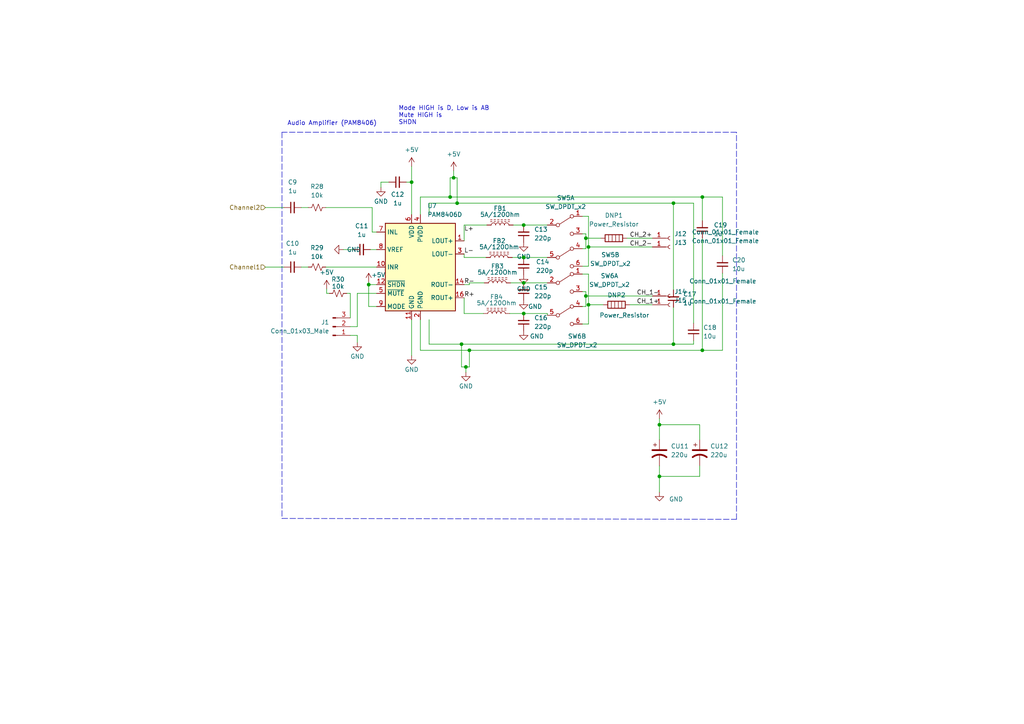
<source format=kicad_sch>
(kicad_sch (version 20211123) (generator eeschema)
  (paper "A4")
  (lib_symbols
    (symbol "1A_Favorites:C_0603_SMD" (pin_numbers hide) (pin_names (offset 0.254) hide)
      (property "Reference" "C" (at 0.254 1.778 0))
      (property "Value" "C_0603_SMD" (at 0.254 -2.032 0))
      (symbol "C_0603_SMD_0_1"
        (polyline (pts (xy -1.524 -0.508) (xy 1.524 -0.508)) (stroke (width 0.3302)))
        (polyline (pts (xy -1.524 0.508) (xy 1.524 0.508)) (stroke (width 0.3048)))
      )
      (symbol "C_0603_SMD_1_1"
        (pin passive line (at 0 2.54 270) (length 2.032) (name "~") (number "1"))
        (pin passive line (at 0 -2.54 90) (length 2.032) (name "~") (number "2"))
      )
    )
    (symbol "1A_Favorites:PAM8406D"
      (property "Reference" "U" (at 1.27 16.51 0))
      (property "Value" "PAM8406D" (at 6.096 14.224 0))
      (symbol "PAM8406D_0_1"
        (rectangle (start -10.16 12.7) (end 10.16 -12.7) (stroke (width 0.254)) (fill (type background)))
      )
      (symbol "PAM8406D_1_1"
        (pin output line (at 12.7 7.62 180) (length 2.54) (name "LOUT+") (number "1"))
        (pin input line (at -12.7 0 0) (length 2.54) (name "INR") (number "10"))
        (pin power_in line (at -2.54 -15.24 90) (length 2.54) (name "GND") (number "11"))
        (pin input line (at -12.7 -5.08 0) (length 2.54) (name "~{SHDN}") (number "12"))
        (pin passive line (at 2.54 15.24 270) (length 2.54) hide (name "PVDD") (number "13"))
        (pin output line (at 12.7 -5.08 180) (length 2.54) (name "ROUT-") (number "14"))
        (pin passive line (at 2.54 -15.24 90) (length 2.54) hide (name "PGND") (number "15"))
        (pin output line (at 12.7 -8.89 180) (length 2.54) (name "ROUT+") (number "16"))
        (pin power_in line (at 0 -15.24 90) (length 2.54) (name "PGND") (number "2"))
        (pin output line (at 12.7 3.81 180) (length 2.54) (name "LOUT-") (number "3"))
        (pin power_in line (at 0 15.24 270) (length 2.54) (name "PVDD") (number "4"))
        (pin input line (at -12.7 -7.62 0) (length 2.54) (name "~{MUTE}") (number "5"))
        (pin power_in line (at -2.54 15.24 270) (length 2.54) (name "VDD") (number "6"))
        (pin input line (at -12.7 10.16 0) (length 2.54) (name "INL") (number "7"))
        (pin input line (at -12.7 5.08 0) (length 2.54) (name "VREF") (number "8"))
        (pin input line (at -12.7 -11.43 0) (length 2.54) (name "MODE") (number "9"))
      )
    )
    (symbol "1A_Favorites:R_0603_SMD" (pin_numbers hide) (pin_names (offset 0.254) hide)
      (property "Reference" "R" (at 0.762 0.508 0))
      (property "Value" "R_0603_SMD" (at 0.762 -1.016 0))
      (symbol "R_0603_SMD_1_1"
        (polyline (pts (xy 0 0) (xy 1.016 -0.381) (xy 0 -0.762) (xy -1.016 -1.143) (xy 0 -1.524)))
        (polyline (pts (xy 0 1.524) (xy 1.016 1.143) (xy 0 0.762) (xy -1.016 0.381) (xy 0 0)))
        (pin passive line (at 0 2.54 270) (length 1.016) (name "~") (number "1"))
        (pin passive line (at 0 -2.54 90) (length 1.016) (name "~") (number "2"))
      )
    )
    (symbol "Connector:Conn_01x01_Female" (pin_names (offset 1.016) hide)
      (property "Reference" "J" (at 0 2.54 0))
      (property "Value" "Conn_01x01_Female" (at 0 -2.54 0))
      (symbol "Conn_01x01_Female_1_1"
        (polyline (pts (xy -1.27 0) (xy -0.508 0)) (stroke (width 0.1524)))
        (arc (start 0 0.508) (mid -0.508 0) (end 0 -0.508) (stroke (width 0.1524)))
        (pin passive line (at -5.08 0 0) (length 3.81) (name "Pin_1") (number "1"))
      )
    )
    (symbol "Connector:Conn_01x03_Male" (pin_names (offset 1.016) hide)
      (property "Reference" "J" (at 0 5.08 0))
      (property "Value" "Conn_01x03_Male" (at 0 -5.08 0))
      (symbol "Conn_01x03_Male_1_1"
        (polyline (pts (xy 1.27 -2.54) (xy 0.8636 -2.54)) (stroke (width 0.1524)))
        (polyline (pts (xy 1.27 0) (xy 0.8636 0)) (stroke (width 0.1524)))
        (polyline (pts (xy 1.27 2.54) (xy 0.8636 2.54)) (stroke (width 0.1524)))
        (rectangle (start 0.8636 -2.413) (end 0 -2.667) (stroke (width 0.1524)) (fill (type outline)))
        (rectangle (start 0.8636 0.127) (end 0 -0.127) (stroke (width 0.1524)) (fill (type outline)))
        (rectangle (start 0.8636 2.667) (end 0 2.413) (stroke (width 0.1524)) (fill (type outline)))
        (pin passive line (at 5.08 2.54 180) (length 3.81) (name "Pin_1") (number "1"))
        (pin passive line (at 5.08 0 180) (length 3.81) (name "Pin_2") (number "2"))
        (pin passive line (at 5.08 -2.54 180) (length 3.81) (name "Pin_3") (number "3"))
      )
    )
    (symbol "Device:C_Polarized_US" (pin_numbers hide) (pin_names (offset 0.254) hide)
      (property "Reference" "C" (at 0.635 2.54 0))
      (property "Value" "C_Polarized_US" (at 0.635 -2.54 0))
      (symbol "C_Polarized_US_0_1"
        (polyline (pts (xy -2.032 0.762) (xy 2.032 0.762)) (stroke (width 0.508)))
        (polyline (pts (xy -1.778 2.286) (xy -0.762 2.286)))
        (polyline (pts (xy -1.27 1.778) (xy -1.27 2.794)))
        (arc (start 2.032 -1.27) (mid 0 -0.5572) (end -2.032 -1.27) (stroke (width 0.508)))
      )
      (symbol "C_Polarized_US_1_1"
        (pin passive line (at 0 3.81 270) (length 2.794) (name "~") (number "1"))
        (pin passive line (at 0 -3.81 90) (length 3.302) (name "~") (number "2"))
      )
    )
    (symbol "Device:Heater" (pin_numbers hide) (pin_names (offset 0))
      (property "Reference" "R" (at 2.032 0 90))
      (property "Value" "Heater" (at -2.032 0 90))
      (symbol "Heater_0_1"
        (rectangle (start -1.016 -2.54) (end 1.016 2.54) (stroke (width 0.254)))
        (polyline (pts (xy -1.016 1.524) (xy 1.016 1.524)))
        (polyline (pts (xy 1.016 -1.524) (xy -1.016 -1.524)))
        (polyline (pts (xy 1.016 -0.508) (xy -1.016 -0.508)))
        (polyline (pts (xy 1.016 0.508) (xy -1.016 0.508)))
      )
      (symbol "Heater_1_1"
        (pin passive line (at 0 3.81 270) (length 1.27) (name "~") (number "1"))
        (pin passive line (at 0 -3.81 90) (length 1.27) (name "~") (number "2"))
      )
    )
    (symbol "Device:L_Ferrite" (pin_numbers hide) (pin_names (offset 1.016) hide)
      (property "Reference" "L" (at -1.27 0 90))
      (property "Value" "L_Ferrite" (at 2.794 0 90))
      (symbol "L_Ferrite_0_1"
        (arc (start 0 -2.54) (mid 0.635 -1.905) (end 0 -1.27))
        (arc (start 0 -1.27) (mid 0.635 -0.635) (end 0 0))
        (polyline (pts (xy 1.016 -2.794) (xy 1.016 -2.286)))
        (polyline (pts (xy 1.016 -1.778) (xy 1.016 -1.27)))
        (polyline (pts (xy 1.016 -0.762) (xy 1.016 -0.254)))
        (polyline (pts (xy 1.016 0.254) (xy 1.016 0.762)))
        (polyline (pts (xy 1.016 1.27) (xy 1.016 1.778)))
        (polyline (pts (xy 1.016 2.286) (xy 1.016 2.794)))
        (polyline (pts (xy 1.524 -2.286) (xy 1.524 -2.794)))
        (polyline (pts (xy 1.524 -1.27) (xy 1.524 -1.778)))
        (polyline (pts (xy 1.524 -0.254) (xy 1.524 -0.762)))
        (polyline (pts (xy 1.524 0.762) (xy 1.524 0.254)))
        (polyline (pts (xy 1.524 1.778) (xy 1.524 1.27)))
        (polyline (pts (xy 1.524 2.794) (xy 1.524 2.286)))
        (arc (start 0 0) (mid 0.635 0.635) (end 0 1.27))
        (arc (start 0 1.27) (mid 0.635 1.905) (end 0 2.54))
      )
      (symbol "L_Ferrite_1_1"
        (pin passive line (at 0 3.81 270) (length 1.27) (name "1") (number "1"))
        (pin passive line (at 0 -3.81 90) (length 1.27) (name "2") (number "2"))
      )
    )
    (symbol "Switch:SW_DPDT_x2" (pin_names (offset 0) hide)
      (property "Reference" "SW" (at 0 4.318 0))
      (property "Value" "SW_DPDT_x2" (at 0 -5.08 0))
      (symbol "SW_DPDT_x2_0_0"
        (circle (center -2.032 0) (radius 0.508))
        (circle (center 2.032 -2.54) (radius 0.508))
      )
      (symbol "SW_DPDT_x2_0_1"
        (polyline (pts (xy -1.524 0.254) (xy 1.651 2.286)))
        (circle (center 2.032 2.54) (radius 0.508))
      )
      (symbol "SW_DPDT_x2_1_1"
        (pin passive line (at 5.08 2.54 180) (length 2.54) (name "A") (number "1"))
        (pin passive line (at -5.08 0 0) (length 2.54) (name "B") (number "2"))
        (pin passive line (at 5.08 -2.54 180) (length 2.54) (name "C") (number "3"))
      )
      (symbol "SW_DPDT_x2_2_1"
        (pin passive line (at 5.08 2.54 180) (length 2.54) (name "A") (number "4"))
        (pin passive line (at -5.08 0 0) (length 2.54) (name "B") (number "5"))
        (pin passive line (at 5.08 -2.54 180) (length 2.54) (name "C") (number "6"))
      )
    )
    (symbol "power:+5V" (power) (pin_names (offset 0))
      (property "Value" "+5V" (at 0 3.556 0))
      (symbol "+5V_0_1"
        (polyline (pts (xy -0.762 1.27) (xy 0 2.54)))
        (polyline (pts (xy 0 0) (xy 0 2.54)))
        (polyline (pts (xy 0 2.54) (xy 0.762 1.27)))
      )
      (symbol "+5V_1_1"
        (pin power_in line (at 0 0 90) (length 0) hide (name "+5V") (number "1"))
      )
    )
    (symbol "power:GND" (power) (pin_names (offset 0))
      (property "Value" "GND" (at 0 -3.81 0))
      (symbol "GND_0_1"
        (polyline (pts (xy 0 0) (xy 0 -1.27) (xy 1.27 -1.27) (xy 0 -2.54) (xy -1.27 -1.27) (xy 0 -1.27)))
      )
      (symbol "GND_1_1"
        (pin power_in line (at 0 0 270) (length 0) hide (name "GND") (number "1"))
      )
    )
  )
  (junction (at 169.926 69.088))
  (junction (at 151.892 82.042))
  (junction (at 106.934 82.55))
  (junction (at 170.688 71.628))
  (junction (at 169.926 85.852))
  (junction (at 132.588 58.928))
  (junction (at 151.892 74.676))
  (junction (at 136.144 101.6))
  (junction (at 191.262 138.176))
  (junction (at 195.326 58.928))
  (junction (at 133.858 99.822))
  (junction (at 170.688 88.392))
  (junction (at 119.38 52.832))
  (junction (at 195.326 99.822))
  (junction (at 151.892 65.278))
  (junction (at 191.262 123.19))
  (junction (at 151.892 90.932))
  (junction (at 135.128 106.426))
  (junction (at 130.556 57.15))
  (junction (at 203.708 57.15))
  (junction (at 131.572 51.562))
  (junction (at 203.708 101.6))
  (wire (pts (xy 169.926 85.852) (xy 189.23 85.852)))
  (wire (pts (xy 136.144 101.6) (xy 203.708 101.6)))
  (wire (pts (xy 110.49 52.832) (xy 112.776 52.832)))
  (wire (pts (xy 134.62 82.55) (xy 136.144 82.55)))
  (wire (pts (xy 201.168 98.806) (xy 201.168 99.822)))
  (wire (pts (xy 109.22 85.09) (xy 103.632 85.09)))
  (wire (pts (xy 170.688 79.502) (xy 170.688 88.392)))
  (wire (pts (xy 100.584 85.09) (xy 101.6 85.09)))
  (wire (pts (xy 136.144 82.042) (xy 140.462 82.042)))
  (wire (pts (xy 130.556 57.15) (xy 203.708 57.15)))
  (wire (pts (xy 76.962 77.47) (xy 82.296 77.47)))
  (wire (pts (xy 169.926 84.582) (xy 169.926 85.852)))
  (wire (pts (xy 148.59 74.676) (xy 151.892 74.676)))
  (wire (pts (xy 121.92 101.6) (xy 121.92 92.71)))
  (wire (pts (xy 195.326 89.154) (xy 195.326 99.822)))
  (wire (pts (xy 101.6 85.09) (xy 101.6 92.202)))
  (wire (pts (xy 107.95 60.198) (xy 107.95 67.31)))
  (wire (pts (xy 195.326 58.928) (xy 195.326 84.074)))
  (wire (pts (xy 94.742 85.09) (xy 94.742 83.82)))
  (wire (pts (xy 151.892 74.676) (xy 158.75 74.676)))
  (wire (pts (xy 87.376 77.47) (xy 89.408 77.47)))
  (wire (pts (xy 132.588 51.562) (xy 132.588 58.928)))
  (wire (pts (xy 136.144 101.6) (xy 121.92 101.6)))
  (wire (pts (xy 134.62 73.66) (xy 134.62 74.676)))
  (wire (pts (xy 170.688 71.628) (xy 189.23 71.628)))
  (wire (pts (xy 131.572 51.562) (xy 132.588 51.562)))
  (wire (pts (xy 202.946 135.128) (xy 202.946 138.176)))
  (wire (pts (xy 191.262 121.412) (xy 191.262 123.19)))
  (wire (pts (xy 101.6 97.282) (xy 103.632 97.282)))
  (polyline (pts (xy 81.788 150.368) (xy 213.614 150.622)))
  (wire (pts (xy 170.688 88.392) (xy 175.006 88.392)))
  (wire (pts (xy 131.572 49.53) (xy 131.572 51.562)))
  (wire (pts (xy 133.858 106.426) (xy 135.128 106.426)))
  (wire (pts (xy 124.46 99.822) (xy 124.46 92.71)))
  (wire (pts (xy 168.91 79.502) (xy 170.688 79.502)))
  (wire (pts (xy 121.92 62.23) (xy 121.92 57.15)))
  (wire (pts (xy 151.892 90.932) (xy 158.75 90.932)))
  (wire (pts (xy 119.38 92.71) (xy 119.38 103.124)))
  (wire (pts (xy 151.892 82.042) (xy 158.75 82.042)))
  (wire (pts (xy 201.168 58.928) (xy 195.326 58.928)))
  (wire (pts (xy 134.62 90.932) (xy 140.208 90.932)))
  (wire (pts (xy 170.688 62.738) (xy 170.688 71.628)))
  (wire (pts (xy 203.708 57.15) (xy 203.708 64.008)))
  (wire (pts (xy 106.934 88.9) (xy 109.22 88.9)))
  (wire (pts (xy 182.626 88.392) (xy 189.23 88.392)))
  (wire (pts (xy 170.688 71.628) (xy 170.688 77.216)))
  (wire (pts (xy 134.62 86.36) (xy 134.62 90.932)))
  (wire (pts (xy 169.926 67.818) (xy 169.926 69.088)))
  (wire (pts (xy 169.926 69.088) (xy 169.926 72.136)))
  (wire (pts (xy 132.588 58.928) (xy 195.326 58.928)))
  (wire (pts (xy 134.62 74.676) (xy 140.97 74.676)))
  (wire (pts (xy 121.92 57.15) (xy 130.556 57.15)))
  (wire (pts (xy 191.262 138.176) (xy 191.262 142.748)))
  (wire (pts (xy 117.856 52.832) (xy 119.38 52.832)))
  (wire (pts (xy 191.262 123.19) (xy 202.946 123.19)))
  (wire (pts (xy 103.632 97.282) (xy 103.632 99.314)))
  (wire (pts (xy 170.688 88.392) (xy 170.688 93.98)))
  (wire (pts (xy 136.144 106.426) (xy 136.144 101.6)))
  (wire (pts (xy 147.828 90.932) (xy 151.892 90.932)))
  (wire (pts (xy 181.864 69.088) (xy 189.23 69.088)))
  (wire (pts (xy 209.55 79.248) (xy 209.55 101.6)))
  (wire (pts (xy 148.844 65.278) (xy 151.892 65.278)))
  (wire (pts (xy 191.262 135.128) (xy 191.262 138.176)))
  (wire (pts (xy 202.946 123.19) (xy 202.946 127.508)))
  (wire (pts (xy 170.688 93.98) (xy 168.91 93.98)))
  (wire (pts (xy 106.934 82.55) (xy 106.934 81.788)))
  (wire (pts (xy 133.858 99.822) (xy 133.858 106.426)))
  (wire (pts (xy 170.688 77.216) (xy 168.91 77.216)))
  (wire (pts (xy 169.926 72.136) (xy 168.91 72.136)))
  (wire (pts (xy 136.144 82.55) (xy 136.144 82.042)))
  (wire (pts (xy 119.38 48.26) (xy 119.38 52.832)))
  (wire (pts (xy 110.49 52.832) (xy 110.49 54.356)))
  (wire (pts (xy 124.46 62.23) (xy 124.46 58.928)))
  (wire (pts (xy 168.91 84.582) (xy 169.926 84.582)))
  (wire (pts (xy 151.892 65.278) (xy 158.75 65.278)))
  (wire (pts (xy 106.934 82.55) (xy 109.22 82.55)))
  (wire (pts (xy 107.95 67.31) (xy 109.22 67.31)))
  (wire (pts (xy 130.556 57.15) (xy 130.556 51.562)))
  (wire (pts (xy 209.55 57.15) (xy 203.708 57.15)))
  (polyline (pts (xy 81.788 38.354) (xy 81.788 150.368)))
  (wire (pts (xy 203.708 69.088) (xy 203.708 101.6)))
  (wire (pts (xy 133.858 99.822) (xy 195.326 99.822)))
  (wire (pts (xy 76.962 60.198) (xy 82.296 60.198)))
  (polyline (pts (xy 213.614 38.354) (xy 81.788 38.354)))
  (wire (pts (xy 130.556 51.562) (xy 131.572 51.562)))
  (wire (pts (xy 109.22 72.39) (xy 107.442 72.39)))
  (wire (pts (xy 94.488 77.47) (xy 109.22 77.47)))
  (wire (pts (xy 169.926 85.852) (xy 169.926 88.9)))
  (wire (pts (xy 168.91 67.818) (xy 169.926 67.818)))
  (wire (pts (xy 201.168 93.726) (xy 201.168 58.928)))
  (wire (pts (xy 106.934 88.9) (xy 106.934 82.55)))
  (wire (pts (xy 133.858 99.822) (xy 124.46 99.822)))
  (wire (pts (xy 169.926 69.088) (xy 174.244 69.088)))
  (wire (pts (xy 94.742 85.09) (xy 95.504 85.09)))
  (wire (pts (xy 148.082 82.042) (xy 151.892 82.042)))
  (wire (pts (xy 168.91 62.738) (xy 170.688 62.738)))
  (polyline (pts (xy 213.614 150.622) (xy 213.614 38.354)))
  (wire (pts (xy 202.946 138.176) (xy 191.262 138.176)))
  (wire (pts (xy 124.46 58.928) (xy 132.588 58.928)))
  (wire (pts (xy 135.128 106.426) (xy 135.128 107.95)))
  (wire (pts (xy 203.708 101.6) (xy 209.55 101.6)))
  (wire (pts (xy 103.632 94.742) (xy 101.6 94.742)))
  (wire (pts (xy 87.376 60.198) (xy 89.408 60.198)))
  (wire (pts (xy 94.488 60.198) (xy 107.95 60.198)))
  (wire (pts (xy 195.326 99.822) (xy 201.168 99.822)))
  (wire (pts (xy 134.62 69.85) (xy 134.62 65.278)))
  (wire (pts (xy 135.128 106.426) (xy 136.144 106.426)))
  (wire (pts (xy 209.55 74.168) (xy 209.55 57.15)))
  (wire (pts (xy 119.38 52.832) (xy 119.38 62.23)))
  (wire (pts (xy 134.62 65.278) (xy 141.224 65.278)))
  (wire (pts (xy 169.926 88.9) (xy 168.91 88.9)))
  (wire (pts (xy 102.362 72.39) (xy 99.568 72.39)))
  (wire (pts (xy 103.632 85.09) (xy 103.632 94.742)))
  (wire (pts (xy 191.262 123.19) (xy 191.262 127.508)))
  (wire (pts (xy 158.75 90.932) (xy 158.75 91.44)))
  (text "Mode HIGH is D, Low is AB\nMute HIGH is \nSHDN " (at 115.57 36.322 0) (effects (font (size 1.27 1.27)) (justify left bottom)))
  (text "Audio Amplifier (PAM8406)" (at 83.312 36.576 0) (effects (font (size 1.27 1.27)) (justify left bottom)))
  (label "L+" (at 134.62 67.31 0))
  (label "CH_2-" (at 182.626 71.628 0))
  (label "L-" (at 134.62 73.66 0))
  (label "CH_2+" (at 182.626 69.088 0))
  (label "R+" (at 134.62 86.36 0))
  (label "R-" (at 134.62 82.55 0))
  (label "CH_1-" (at 184.658 85.852 0))
  (label "CH_1+" (at 184.658 88.392 0))
  (hierarchical_label "Channel1" (shape input) (at 76.962 77.47 180))
  (hierarchical_label "Channel2" (shape input) (at 76.962 60.198 180))
  (symbol (lib_id "power:GND") (at 103.632 99.314 0) (unit 1)
    (property "Reference" "#PWR0125" (effects hide))
    (property "Value" "GND" (at 101.6 103.378 0) (effects (justify left)))
  )
  (symbol (lib_id "Device:L_Ferrite") (at 144.272 82.042 90) (unit 1)
    (property "Reference" "FB3" (at 144.272 77.216 90))
    (property "Value" "5A/120Ohm" (at 144.272 78.994 90))
    (property "Footprint" "Capacitor_SMD:C_0805_2012Metric" (effects hide))
    (property "LCSC" " C304323" (effects hide))
  )
  (symbol (lib_id "1A_Favorites:PAM8406D") (at 121.92 77.47 0) (unit 1)
    (property "Reference" "U7" (at 123.9394 59.69 0) (effects (justify left)))
    (property "Value" "PAM8406D" (at 123.9394 62.23 0) (effects (justify left)))
    (property "Footprint" "Package_SO:SOP-16_3.9x9.9mm_P1.27mm" (effects hide))
    (property "Datasheet" "https://www.diodes.com/assets/Datasheets/PAM8406.pdf" (effects hide))
    (property "LCSC" "C86270" (effects hide))
  )
  (symbol (lib_id "Device:L_Ferrite") (at 145.034 65.278 90) (unit 1)
    (property "Reference" "FB1" (at 145.034 60.452 90))
    (property "Value" "5A/120Ohm" (at 145.034 62.23 90))
    (property "Footprint" "Capacitor_SMD:C_0805_2012Metric" (effects hide))
    (property "LCSC" " C304323" (effects hide))
  )
  (symbol (lib_id "power:GND") (at 191.262 142.748 0) (unit 1)
    (property "Reference" "#PWR0103" (effects hide))
    (property "Value" "GND" (at 196.088 144.78 0))
  )
  (symbol (lib_id "1A_Favorites:C_0603_SMD") (at 84.836 60.198 90) (unit 1)
    (property "Reference" "C9" (at 84.8423 52.832 90))
    (property "Value" "1u" (at 84.8423 55.372 90))
    (property "Footprint" "Capacitor_SMD:C_0603_1608Metric" (effects hide))
    (property "Rating" "10V" (effects hide))
  )
  (symbol (lib_id "1A_Favorites:C_0603_SMD") (at 201.168 96.266 180) (unit 1)
    (property "Reference" "C18" (at 203.962 94.9895 0) (effects (justify right)))
    (property "Value" "10u" (at 203.962 97.5295 0) (effects (justify right)))
    (property "Footprint" "Capacitor_SMD:C_0805_2012Metric" (effects hide))
    (property "Rating" "10V" (effects hide))
  )
  (symbol (lib_id "power:+5V") (at 94.742 83.82 0) (unit 1)
    (property "Reference" "#PWR0119" (effects hide))
    (property "Value" "+5V" (at 94.742 78.994 0))
  )
  (symbol (lib_id "power:+5V") (at 119.38 48.26 0) (unit 1)
    (property "Reference" "#PWR0116" (effects hide))
    (property "Value" "+5V" (at 119.38 43.434 0))
  )
  (symbol (lib_id "Connector:Conn_01x01_Female") (at 194.31 69.088 0) (unit 1)
    (property "Reference" "J12" (at 195.58 67.8179 0) (effects (justify left)))
    (property "Value" "Conn_01x01_Female" (at 200.66 67.31 0) (effects (justify left)))
    (property "Footprint" "TerminalBlock:TerminalBlock_Keystone_7797" (effects hide))
  )
  (symbol (lib_id "Switch:SW_DPDT_x2") (at 163.83 82.042 0) (unit 1)
    (property "Reference" "SW6" (at 176.784 80.01 0))
    (property "Value" "SW_DPDT_x2" (at 176.784 82.55 0))
    (property "Footprint" "Button_Switch_THT:SW_standard_DPDT_MTS" (effects hide))
  )
  (symbol (lib_id "1A_Favorites:C_0603_SMD") (at 151.892 77.216 180) (unit 1)
    (property "Reference" "C14" (at 155.448 75.9395 0) (effects (justify right)))
    (property "Value" "220p" (at 155.448 78.4795 0) (effects (justify right)))
    (property "Footprint" "Capacitor_SMD:C_0603_1608Metric" (effects hide))
    (property "Rating" "10V" (effects hide))
  )
  (symbol (lib_id "1A_Favorites:C_0603_SMD") (at 84.836 77.47 90) (unit 1)
    (property "Reference" "C10" (at 84.8423 70.612 90))
    (property "Value" "1u" (at 84.8423 73.152 90))
    (property "Footprint" "Capacitor_SMD:C_0603_1608Metric" (effects hide))
    (property "Rating" "10V" (effects hide))
  )
  (symbol (lib_id "1A_Favorites:R_0603_SMD") (at 91.948 77.47 90) (unit 1)
    (property "Reference" "R29" (at 91.948 71.882 90))
    (property "Value" "10k" (at 91.948 74.422 90))
    (property "Footprint" "Resistor_SMD:R_0603_1608Metric" (effects hide))
  )
  (symbol (lib_id "power:GND") (at 99.568 72.39 270) (unit 1)
    (property "Reference" "#PWR0111" (effects hide))
    (property "Value" "GND" (at 100.584 72.3899 90) (effects (justify left)))
  )
  (symbol (lib_id "Device:L_Ferrite") (at 144.78 74.676 90) (unit 1)
    (property "Reference" "FB2" (at 144.78 69.85 90))
    (property "Value" "5A/120Ohm" (at 144.78 71.628 90))
    (property "Footprint" "Capacitor_SMD:C_0805_2012Metric" (effects hide))
    (property "LCSC" " C304323" (effects hide))
  )
  (symbol (lib_id "Device:L_Ferrite") (at 144.018 90.932 90) (unit 1)
    (property "Reference" "FB4" (at 144.018 86.106 90))
    (property "Value" "5A/120Ohm" (at 144.018 87.884 90))
    (property "Footprint" "Capacitor_SMD:C_0805_2012Metric" (effects hide))
    (property "LCSC" " C304323" (effects hide))
  )
  (symbol (lib_id "Connector:Conn_01x01_Female") (at 194.31 88.392 0) (unit 1)
    (property "Reference" "J15" (at 195.58 87.1219 0) (effects (justify left)))
    (property "Value" "Conn_01x01_Female" (at 199.898 87.376 0) (effects (justify left)))
    (property "Footprint" "TerminalBlock:TerminalBlock_Keystone_7797" (effects hide))
  )
  (symbol (lib_id "power:+5V") (at 191.262 121.412 0) (unit 1)
    (property "Reference" "#PWR0101" (effects hide))
    (property "Value" "+5V" (at 191.262 116.586 0))
  )
  (symbol (lib_id "1A_Favorites:C_0603_SMD") (at 151.892 67.818 180) (unit 1)
    (property "Reference" "C13" (at 154.94 66.5415 0) (effects (justify right)))
    (property "Value" "220p" (at 154.94 69.0815 0) (effects (justify right)))
    (property "Footprint" "Capacitor_SMD:C_0603_1608Metric" (effects hide))
    (property "Rating" "10V" (effects hide))
  )
  (symbol (lib_id "1A_Favorites:C_0603_SMD") (at 203.708 66.548 180) (unit 1)
    (property "Reference" "C19" (at 207.01 65.2715 0) (effects (justify right)))
    (property "Value" "1u" (at 207.01 67.8115 0) (effects (justify right)))
    (property "Footprint" "Capacitor_SMD:C_0603_1608Metric" (effects hide))
    (property "Rating" "10V" (effects hide))
  )
  (symbol (lib_id "Switch:SW_DPDT_x2") (at 163.83 91.44 0) (unit 2)
    (property "Reference" "SW6" (at 167.386 97.536 0))
    (property "Value" "SW_DPDT_x2" (at 167.386 100.076 0))
    (property "Footprint" "Button_Switch_THT:SW_standard_DPDT_MTS" (effects hide))
  )
  (symbol (lib_id "1A_Favorites:C_0603_SMD") (at 104.902 72.39 90) (unit 1)
    (property "Reference" "C11" (at 104.9083 65.532 90))
    (property "Value" "1u" (at 104.9083 68.072 90))
    (property "Footprint" "Capacitor_SMD:C_0603_1608Metric" (effects hide))
    (property "Rating" "10V" (effects hide))
  )
  (symbol (lib_id "power:+5V") (at 106.934 81.788 0) (unit 1)
    (property "Reference" "#PWR0120" (effects hide))
    (property "Value" "+5V" (at 109.728 79.756 0))
  )
  (symbol (lib_id "1A_Favorites:C_0603_SMD") (at 151.892 93.472 180) (unit 1)
    (property "Reference" "C16" (at 154.94 92.1955 0) (effects (justify right)))
    (property "Value" "220p" (at 154.94 94.7355 0) (effects (justify right)))
    (property "Footprint" "Capacitor_SMD:C_0603_1608Metric" (effects hide))
    (property "Rating" "10V" (effects hide))
  )
  (symbol (lib_id "power:GND") (at 151.892 70.358 0) (unit 1)
    (property "Reference" "#PWR0122" (effects hide))
    (property "Value" "GND" (at 149.86 74.422 0) (effects (justify left)))
  )
  (symbol (lib_id "1A_Favorites:R_0603_SMD") (at 98.044 85.09 90) (unit 1)
    (property "Reference" "R30" (at 98.044 81.026 90))
    (property "Value" "10k" (at 98.044 83.058 90))
    (property "Footprint" "Resistor_SMD:R_0603_1608Metric" (effects hide))
  )
  (symbol (lib_id "power:GND") (at 151.892 87.122 0) (unit 1)
    (property "Reference" "#PWR0121" (effects hide))
    (property "Value" "GND" (at 153.162 88.9 0) (effects (justify left)))
  )
  (symbol (lib_id "Device:C_Polarized_US") (at 202.946 131.318 0) (unit 1)
    (property "Reference" "CU12" (at 205.994 129.4129 0) (effects (justify left)))
    (property "Value" "220u" (at 205.994 131.9529 0) (effects (justify left)))
    (property "Footprint" "Capacitor_SMD:C_Elec_6.3x5.8" (effects hide))
    (property "Type" "Electrolytic" (effects hide))
    (property "LCSC" "C497579" (effects hide))
  )
  (symbol (lib_id "power:GND") (at 151.892 96.012 0) (unit 1)
    (property "Reference" "#PWR0124" (effects hide))
    (property "Value" "GND" (at 153.67 97.536 0) (effects (justify left)))
  )
  (symbol (lib_id "1A_Favorites:C_0603_SMD") (at 209.55 76.708 180) (unit 1)
    (property "Reference" "C20" (at 212.344 75.4315 0) (effects (justify right)))
    (property "Value" "10u" (at 212.344 77.9715 0) (effects (justify right)))
    (property "Footprint" "Capacitor_SMD:C_0805_2012Metric" (effects hide))
    (property "Rating" "10V" (effects hide))
  )
  (symbol (lib_id "Connector:Conn_01x03_Male") (at 96.52 94.742 0) (mirror x) (unit 1)
    (property "Reference" "J1" (at 95.504 93.4719 0) (effects (justify right)))
    (property "Value" "Conn_01x03_Male" (at 95.504 96.0119 0) (effects (justify right)))
    (property "Footprint" "Connector_PinHeader_2.54mm:PinHeader_1x03_P2.54mm_Vertical" (effects hide))
    (property "LCSC" " C2914353" (effects hide))
  )
  (symbol (lib_id "1A_Favorites:R_0603_SMD") (at 91.948 60.198 90) (unit 1)
    (property "Reference" "R28" (at 91.948 54.102 90))
    (property "Value" "10k" (at 91.948 56.642 90))
    (property "Footprint" "Resistor_SMD:R_0603_1608Metric" (effects hide))
  )
  (symbol (lib_id "Connector:Conn_01x01_Female") (at 194.31 71.628 0) (unit 1)
    (property "Reference" "J13" (at 195.58 70.3579 0) (effects (justify left)))
    (property "Value" "Conn_01x01_Female" (at 200.66 69.85 0) (effects (justify left)))
    (property "Footprint" "TerminalBlock:TerminalBlock_Keystone_7797" (effects hide))
  )
  (symbol (lib_id "Device:Heater") (at 178.816 88.392 90) (unit 1)
    (property "Reference" "DNP2" (at 178.816 85.598 90))
    (property "Value" "Power_Resistor" (at 181.102 91.44 90))
    (property "Footprint" "Resistor_THT:R_Axial_Power_L50.0mm_W9.0mm_P55.88mm" (effects hide))
  )
  (symbol (lib_id "1A_Favorites:C_0603_SMD") (at 195.326 86.614 180) (unit 1)
    (property "Reference" "C17" (at 198.12 85.3375 0) (effects (justify right)))
    (property "Value" "1u" (at 198.12 87.8775 0) (effects (justify right)))
    (property "Footprint" "Capacitor_SMD:C_0603_1608Metric" (effects hide))
    (property "Rating" "10V" (effects hide))
  )
  (symbol (lib_id "1A_Favorites:C_0603_SMD") (at 151.892 84.582 180) (unit 1)
    (property "Reference" "C15" (at 154.94 83.3055 0) (effects (justify right)))
    (property "Value" "220p" (at 154.94 85.8455 0) (effects (justify right)))
    (property "Footprint" "Capacitor_SMD:C_0603_1608Metric" (effects hide))
    (property "Rating" "10V" (effects hide))
  )
  (symbol (lib_id "Switch:SW_DPDT_x2") (at 163.83 74.676 0) (unit 2)
    (property "Reference" "SW5" (at 177.038 73.914 0))
    (property "Value" "SW_DPDT_x2" (at 177.038 76.454 0))
  )
  (symbol (lib_id "power:GND") (at 119.38 103.124 0) (unit 1)
    (property "Reference" "#PWR0114" (effects hide))
    (property "Value" "GND" (at 117.348 107.188 0) (effects (justify left)))
  )
  (symbol (lib_id "1A_Favorites:C_0603_SMD") (at 115.316 52.832 90) (unit 1)
    (property "Reference" "C12" (at 115.316 56.388 90))
    (property "Value" "1u" (at 115.316 58.928 90))
    (property "Footprint" "Capacitor_SMD:C_0603_1608Metric" (effects hide))
    (property "Rating" "10V" (effects hide))
  )
  (symbol (lib_id "power:GND") (at 110.49 54.356 0) (unit 1)
    (property "Reference" "#PWR0112" (effects hide))
    (property "Value" "GND" (at 108.458 58.42 0) (effects (justify left)))
  )
  (symbol (lib_id "Connector:Conn_01x01_Female") (at 194.31 85.852 0) (unit 1)
    (property "Reference" "J14" (at 195.58 84.5819 0) (effects (justify left)))
    (property "Value" "Conn_01x01_Female" (at 199.898 81.534 0) (effects (justify left)))
    (property "Footprint" "TerminalBlock:TerminalBlock_Keystone_7797" (effects hide))
  )
  (symbol (lib_id "power:GND") (at 135.128 107.95 0) (unit 1)
    (property "Reference" "#PWR0113" (effects hide))
    (property "Value" "GND" (at 133.096 112.014 0) (effects (justify left)))
  )
  (symbol (lib_id "power:+5V") (at 131.572 49.53 0) (unit 1)
    (property "Reference" "#PWR0115" (effects hide))
    (property "Value" "+5V" (at 131.572 44.704 0))
  )
  (symbol (lib_id "Switch:SW_DPDT_x2") (at 163.83 65.278 0) (unit 1)
    (property "Reference" "SW5" (at 164.084 57.404 0))
    (property "Value" "SW_DPDT_x2" (at 164.084 59.944 0))
    (property "Footprint" "Button_Switch_THT:SW_standard_DPDT_MTS" (effects hide))
  )
  (symbol (lib_id "power:GND") (at 151.892 79.756 0) (unit 1)
    (property "Reference" "#PWR0123" (effects hide))
    (property "Value" "GND" (at 149.86 83.82 0) (effects (justify left)))
  )
  (symbol (lib_id "Device:C_Polarized_US") (at 191.262 131.318 0) (unit 1)
    (property "Reference" "CU11" (at 194.564 129.4129 0) (effects (justify left)))
    (property "Value" "220u" (at 194.564 131.9529 0) (effects (justify left)))
    (property "Footprint" "Capacitor_SMD:C_Elec_6.3x5.8" (effects hide))
    (property "Type" "Electrolytic" (effects hide))
    (property "LCSC" "C497579" (effects hide))
  )
  (symbol (lib_id "Device:Heater") (at 178.054 69.088 90) (unit 1)
    (property "Reference" "DNP1" (at 178.054 62.484 90))
    (property "Value" "Power_Resistor" (at 178.054 65.024 90))
    (property "Footprint" "Resistor_THT:R_Axial_Power_L50.0mm_W9.0mm_P55.88mm" (effects hide))
  )
)
</source>
